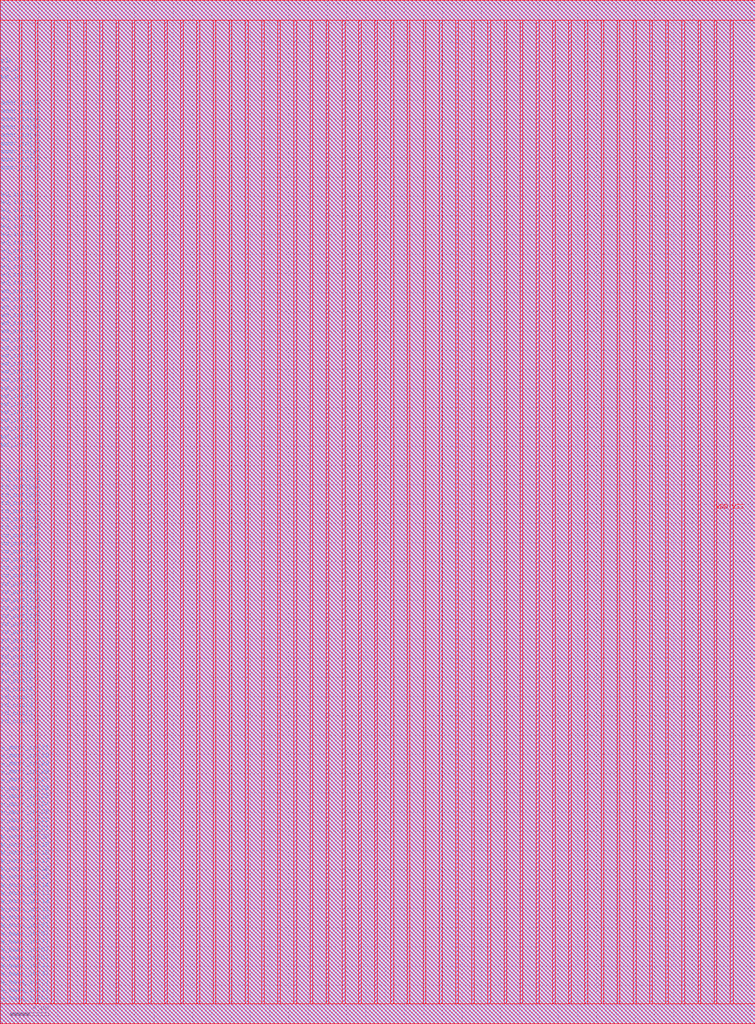
<source format=lef>
VERSION 5.7 ;
BUSBITCHARS "[]" ;
MACRO fakeram45_512x32
  FOREIGN fakeram45_512x32 0 0 ;
  SYMMETRY X Y R90 ;
  SIZE 78.470 BY 106.400 ;
  CLASS BLOCK ;
  PIN w_mask_in[0]
    DIRECTION INPUT ;
    USE SIGNAL ;
    SHAPE ABUTMENT ;
    PORT
      LAYER metal3 ;
      RECT 0.000 2.100 0.070 2.170 ;
    END
  END w_mask_in[0]
  PIN w_mask_in[1]
    DIRECTION INPUT ;
    USE SIGNAL ;
    SHAPE ABUTMENT ;
    PORT
      LAYER metal3 ;
      RECT 0.000 2.940 0.070 3.010 ;
    END
  END w_mask_in[1]
  PIN w_mask_in[2]
    DIRECTION INPUT ;
    USE SIGNAL ;
    SHAPE ABUTMENT ;
    PORT
      LAYER metal3 ;
      RECT 0.000 3.780 0.070 3.850 ;
    END
  END w_mask_in[2]
  PIN w_mask_in[3]
    DIRECTION INPUT ;
    USE SIGNAL ;
    SHAPE ABUTMENT ;
    PORT
      LAYER metal3 ;
      RECT 0.000 4.620 0.070 4.690 ;
    END
  END w_mask_in[3]
  PIN w_mask_in[4]
    DIRECTION INPUT ;
    USE SIGNAL ;
    SHAPE ABUTMENT ;
    PORT
      LAYER metal3 ;
      RECT 0.000 5.460 0.070 5.530 ;
    END
  END w_mask_in[4]
  PIN w_mask_in[5]
    DIRECTION INPUT ;
    USE SIGNAL ;
    SHAPE ABUTMENT ;
    PORT
      LAYER metal3 ;
      RECT 0.000 6.300 0.070 6.370 ;
    END
  END w_mask_in[5]
  PIN w_mask_in[6]
    DIRECTION INPUT ;
    USE SIGNAL ;
    SHAPE ABUTMENT ;
    PORT
      LAYER metal3 ;
      RECT 0.000 7.140 0.070 7.210 ;
    END
  END w_mask_in[6]
  PIN w_mask_in[7]
    DIRECTION INPUT ;
    USE SIGNAL ;
    SHAPE ABUTMENT ;
    PORT
      LAYER metal3 ;
      RECT 0.000 7.980 0.070 8.050 ;
    END
  END w_mask_in[7]
  PIN w_mask_in[8]
    DIRECTION INPUT ;
    USE SIGNAL ;
    SHAPE ABUTMENT ;
    PORT
      LAYER metal3 ;
      RECT 0.000 8.820 0.070 8.890 ;
    END
  END w_mask_in[8]
  PIN w_mask_in[9]
    DIRECTION INPUT ;
    USE SIGNAL ;
    SHAPE ABUTMENT ;
    PORT
      LAYER metal3 ;
      RECT 0.000 9.660 0.070 9.730 ;
    END
  END w_mask_in[9]
  PIN w_mask_in[10]
    DIRECTION INPUT ;
    USE SIGNAL ;
    SHAPE ABUTMENT ;
    PORT
      LAYER metal3 ;
      RECT 0.000 10.500 0.070 10.570 ;
    END
  END w_mask_in[10]
  PIN w_mask_in[11]
    DIRECTION INPUT ;
    USE SIGNAL ;
    SHAPE ABUTMENT ;
    PORT
      LAYER metal3 ;
      RECT 0.000 11.340 0.070 11.410 ;
    END
  END w_mask_in[11]
  PIN w_mask_in[12]
    DIRECTION INPUT ;
    USE SIGNAL ;
    SHAPE ABUTMENT ;
    PORT
      LAYER metal3 ;
      RECT 0.000 12.180 0.070 12.250 ;
    END
  END w_mask_in[12]
  PIN w_mask_in[13]
    DIRECTION INPUT ;
    USE SIGNAL ;
    SHAPE ABUTMENT ;
    PORT
      LAYER metal3 ;
      RECT 0.000 13.020 0.070 13.090 ;
    END
  END w_mask_in[13]
  PIN w_mask_in[14]
    DIRECTION INPUT ;
    USE SIGNAL ;
    SHAPE ABUTMENT ;
    PORT
      LAYER metal3 ;
      RECT 0.000 13.860 0.070 13.930 ;
    END
  END w_mask_in[14]
  PIN w_mask_in[15]
    DIRECTION INPUT ;
    USE SIGNAL ;
    SHAPE ABUTMENT ;
    PORT
      LAYER metal3 ;
      RECT 0.000 14.700 0.070 14.770 ;
    END
  END w_mask_in[15]
  PIN w_mask_in[16]
    DIRECTION INPUT ;
    USE SIGNAL ;
    SHAPE ABUTMENT ;
    PORT
      LAYER metal3 ;
      RECT 0.000 15.540 0.070 15.610 ;
    END
  END w_mask_in[16]
  PIN w_mask_in[17]
    DIRECTION INPUT ;
    USE SIGNAL ;
    SHAPE ABUTMENT ;
    PORT
      LAYER metal3 ;
      RECT 0.000 16.380 0.070 16.450 ;
    END
  END w_mask_in[17]
  PIN w_mask_in[18]
    DIRECTION INPUT ;
    USE SIGNAL ;
    SHAPE ABUTMENT ;
    PORT
      LAYER metal3 ;
      RECT 0.000 17.220 0.070 17.290 ;
    END
  END w_mask_in[18]
  PIN w_mask_in[19]
    DIRECTION INPUT ;
    USE SIGNAL ;
    SHAPE ABUTMENT ;
    PORT
      LAYER metal3 ;
      RECT 0.000 18.060 0.070 18.130 ;
    END
  END w_mask_in[19]
  PIN w_mask_in[20]
    DIRECTION INPUT ;
    USE SIGNAL ;
    SHAPE ABUTMENT ;
    PORT
      LAYER metal3 ;
      RECT 0.000 18.900 0.070 18.970 ;
    END
  END w_mask_in[20]
  PIN w_mask_in[21]
    DIRECTION INPUT ;
    USE SIGNAL ;
    SHAPE ABUTMENT ;
    PORT
      LAYER metal3 ;
      RECT 0.000 19.740 0.070 19.810 ;
    END
  END w_mask_in[21]
  PIN w_mask_in[22]
    DIRECTION INPUT ;
    USE SIGNAL ;
    SHAPE ABUTMENT ;
    PORT
      LAYER metal3 ;
      RECT 0.000 20.580 0.070 20.650 ;
    END
  END w_mask_in[22]
  PIN w_mask_in[23]
    DIRECTION INPUT ;
    USE SIGNAL ;
    SHAPE ABUTMENT ;
    PORT
      LAYER metal3 ;
      RECT 0.000 21.420 0.070 21.490 ;
    END
  END w_mask_in[23]
  PIN w_mask_in[24]
    DIRECTION INPUT ;
    USE SIGNAL ;
    SHAPE ABUTMENT ;
    PORT
      LAYER metal3 ;
      RECT 0.000 22.260 0.070 22.330 ;
    END
  END w_mask_in[24]
  PIN w_mask_in[25]
    DIRECTION INPUT ;
    USE SIGNAL ;
    SHAPE ABUTMENT ;
    PORT
      LAYER metal3 ;
      RECT 0.000 23.100 0.070 23.170 ;
    END
  END w_mask_in[25]
  PIN w_mask_in[26]
    DIRECTION INPUT ;
    USE SIGNAL ;
    SHAPE ABUTMENT ;
    PORT
      LAYER metal3 ;
      RECT 0.000 23.940 0.070 24.010 ;
    END
  END w_mask_in[26]
  PIN w_mask_in[27]
    DIRECTION INPUT ;
    USE SIGNAL ;
    SHAPE ABUTMENT ;
    PORT
      LAYER metal3 ;
      RECT 0.000 24.780 0.070 24.850 ;
    END
  END w_mask_in[27]
  PIN w_mask_in[28]
    DIRECTION INPUT ;
    USE SIGNAL ;
    SHAPE ABUTMENT ;
    PORT
      LAYER metal3 ;
      RECT 0.000 25.620 0.070 25.690 ;
    END
  END w_mask_in[28]
  PIN w_mask_in[29]
    DIRECTION INPUT ;
    USE SIGNAL ;
    SHAPE ABUTMENT ;
    PORT
      LAYER metal3 ;
      RECT 0.000 26.460 0.070 26.530 ;
    END
  END w_mask_in[29]
  PIN w_mask_in[30]
    DIRECTION INPUT ;
    USE SIGNAL ;
    SHAPE ABUTMENT ;
    PORT
      LAYER metal3 ;
      RECT 0.000 27.300 0.070 27.370 ;
    END
  END w_mask_in[30]
  PIN w_mask_in[31]
    DIRECTION INPUT ;
    USE SIGNAL ;
    SHAPE ABUTMENT ;
    PORT
      LAYER metal3 ;
      RECT 0.000 28.140 0.070 28.210 ;
    END
  END w_mask_in[31]
  PIN rd_out[0]
    DIRECTION OUTPUT ;
    USE SIGNAL ;
    SHAPE ABUTMENT ;
    PORT
      LAYER metal3 ;
      RECT 0.000 30.870 0.070 30.940 ;
    END
  END rd_out[0]
  PIN rd_out[1]
    DIRECTION OUTPUT ;
    USE SIGNAL ;
    SHAPE ABUTMENT ;
    PORT
      LAYER metal3 ;
      RECT 0.000 31.710 0.070 31.780 ;
    END
  END rd_out[1]
  PIN rd_out[2]
    DIRECTION OUTPUT ;
    USE SIGNAL ;
    SHAPE ABUTMENT ;
    PORT
      LAYER metal3 ;
      RECT 0.000 32.550 0.070 32.620 ;
    END
  END rd_out[2]
  PIN rd_out[3]
    DIRECTION OUTPUT ;
    USE SIGNAL ;
    SHAPE ABUTMENT ;
    PORT
      LAYER metal3 ;
      RECT 0.000 33.390 0.070 33.460 ;
    END
  END rd_out[3]
  PIN rd_out[4]
    DIRECTION OUTPUT ;
    USE SIGNAL ;
    SHAPE ABUTMENT ;
    PORT
      LAYER metal3 ;
      RECT 0.000 34.230 0.070 34.300 ;
    END
  END rd_out[4]
  PIN rd_out[5]
    DIRECTION OUTPUT ;
    USE SIGNAL ;
    SHAPE ABUTMENT ;
    PORT
      LAYER metal3 ;
      RECT 0.000 35.070 0.070 35.140 ;
    END
  END rd_out[5]
  PIN rd_out[6]
    DIRECTION OUTPUT ;
    USE SIGNAL ;
    SHAPE ABUTMENT ;
    PORT
      LAYER metal3 ;
      RECT 0.000 35.910 0.070 35.980 ;
    END
  END rd_out[6]
  PIN rd_out[7]
    DIRECTION OUTPUT ;
    USE SIGNAL ;
    SHAPE ABUTMENT ;
    PORT
      LAYER metal3 ;
      RECT 0.000 36.750 0.070 36.820 ;
    END
  END rd_out[7]
  PIN rd_out[8]
    DIRECTION OUTPUT ;
    USE SIGNAL ;
    SHAPE ABUTMENT ;
    PORT
      LAYER metal3 ;
      RECT 0.000 37.590 0.070 37.660 ;
    END
  END rd_out[8]
  PIN rd_out[9]
    DIRECTION OUTPUT ;
    USE SIGNAL ;
    SHAPE ABUTMENT ;
    PORT
      LAYER metal3 ;
      RECT 0.000 38.430 0.070 38.500 ;
    END
  END rd_out[9]
  PIN rd_out[10]
    DIRECTION OUTPUT ;
    USE SIGNAL ;
    SHAPE ABUTMENT ;
    PORT
      LAYER metal3 ;
      RECT 0.000 39.270 0.070 39.340 ;
    END
  END rd_out[10]
  PIN rd_out[11]
    DIRECTION OUTPUT ;
    USE SIGNAL ;
    SHAPE ABUTMENT ;
    PORT
      LAYER metal3 ;
      RECT 0.000 40.110 0.070 40.180 ;
    END
  END rd_out[11]
  PIN rd_out[12]
    DIRECTION OUTPUT ;
    USE SIGNAL ;
    SHAPE ABUTMENT ;
    PORT
      LAYER metal3 ;
      RECT 0.000 40.950 0.070 41.020 ;
    END
  END rd_out[12]
  PIN rd_out[13]
    DIRECTION OUTPUT ;
    USE SIGNAL ;
    SHAPE ABUTMENT ;
    PORT
      LAYER metal3 ;
      RECT 0.000 41.790 0.070 41.860 ;
    END
  END rd_out[13]
  PIN rd_out[14]
    DIRECTION OUTPUT ;
    USE SIGNAL ;
    SHAPE ABUTMENT ;
    PORT
      LAYER metal3 ;
      RECT 0.000 42.630 0.070 42.700 ;
    END
  END rd_out[14]
  PIN rd_out[15]
    DIRECTION OUTPUT ;
    USE SIGNAL ;
    SHAPE ABUTMENT ;
    PORT
      LAYER metal3 ;
      RECT 0.000 43.470 0.070 43.540 ;
    END
  END rd_out[15]
  PIN rd_out[16]
    DIRECTION OUTPUT ;
    USE SIGNAL ;
    SHAPE ABUTMENT ;
    PORT
      LAYER metal3 ;
      RECT 0.000 44.310 0.070 44.380 ;
    END
  END rd_out[16]
  PIN rd_out[17]
    DIRECTION OUTPUT ;
    USE SIGNAL ;
    SHAPE ABUTMENT ;
    PORT
      LAYER metal3 ;
      RECT 0.000 45.150 0.070 45.220 ;
    END
  END rd_out[17]
  PIN rd_out[18]
    DIRECTION OUTPUT ;
    USE SIGNAL ;
    SHAPE ABUTMENT ;
    PORT
      LAYER metal3 ;
      RECT 0.000 45.990 0.070 46.060 ;
    END
  END rd_out[18]
  PIN rd_out[19]
    DIRECTION OUTPUT ;
    USE SIGNAL ;
    SHAPE ABUTMENT ;
    PORT
      LAYER metal3 ;
      RECT 0.000 46.830 0.070 46.900 ;
    END
  END rd_out[19]
  PIN rd_out[20]
    DIRECTION OUTPUT ;
    USE SIGNAL ;
    SHAPE ABUTMENT ;
    PORT
      LAYER metal3 ;
      RECT 0.000 47.670 0.070 47.740 ;
    END
  END rd_out[20]
  PIN rd_out[21]
    DIRECTION OUTPUT ;
    USE SIGNAL ;
    SHAPE ABUTMENT ;
    PORT
      LAYER metal3 ;
      RECT 0.000 48.510 0.070 48.580 ;
    END
  END rd_out[21]
  PIN rd_out[22]
    DIRECTION OUTPUT ;
    USE SIGNAL ;
    SHAPE ABUTMENT ;
    PORT
      LAYER metal3 ;
      RECT 0.000 49.350 0.070 49.420 ;
    END
  END rd_out[22]
  PIN rd_out[23]
    DIRECTION OUTPUT ;
    USE SIGNAL ;
    SHAPE ABUTMENT ;
    PORT
      LAYER metal3 ;
      RECT 0.000 50.190 0.070 50.260 ;
    END
  END rd_out[23]
  PIN rd_out[24]
    DIRECTION OUTPUT ;
    USE SIGNAL ;
    SHAPE ABUTMENT ;
    PORT
      LAYER metal3 ;
      RECT 0.000 51.030 0.070 51.100 ;
    END
  END rd_out[24]
  PIN rd_out[25]
    DIRECTION OUTPUT ;
    USE SIGNAL ;
    SHAPE ABUTMENT ;
    PORT
      LAYER metal3 ;
      RECT 0.000 51.870 0.070 51.940 ;
    END
  END rd_out[25]
  PIN rd_out[26]
    DIRECTION OUTPUT ;
    USE SIGNAL ;
    SHAPE ABUTMENT ;
    PORT
      LAYER metal3 ;
      RECT 0.000 52.710 0.070 52.780 ;
    END
  END rd_out[26]
  PIN rd_out[27]
    DIRECTION OUTPUT ;
    USE SIGNAL ;
    SHAPE ABUTMENT ;
    PORT
      LAYER metal3 ;
      RECT 0.000 53.550 0.070 53.620 ;
    END
  END rd_out[27]
  PIN rd_out[28]
    DIRECTION OUTPUT ;
    USE SIGNAL ;
    SHAPE ABUTMENT ;
    PORT
      LAYER metal3 ;
      RECT 0.000 54.390 0.070 54.460 ;
    END
  END rd_out[28]
  PIN rd_out[29]
    DIRECTION OUTPUT ;
    USE SIGNAL ;
    SHAPE ABUTMENT ;
    PORT
      LAYER metal3 ;
      RECT 0.000 55.230 0.070 55.300 ;
    END
  END rd_out[29]
  PIN rd_out[30]
    DIRECTION OUTPUT ;
    USE SIGNAL ;
    SHAPE ABUTMENT ;
    PORT
      LAYER metal3 ;
      RECT 0.000 56.070 0.070 56.140 ;
    END
  END rd_out[30]
  PIN rd_out[31]
    DIRECTION OUTPUT ;
    USE SIGNAL ;
    SHAPE ABUTMENT ;
    PORT
      LAYER metal3 ;
      RECT 0.000 56.910 0.070 56.980 ;
    END
  END rd_out[31]
  PIN wd_in[0]
    DIRECTION INPUT ;
    USE SIGNAL ;
    SHAPE ABUTMENT ;
    PORT
      LAYER metal3 ;
      RECT 0.000 59.640 0.070 59.710 ;
    END
  END wd_in[0]
  PIN wd_in[1]
    DIRECTION INPUT ;
    USE SIGNAL ;
    SHAPE ABUTMENT ;
    PORT
      LAYER metal3 ;
      RECT 0.000 60.480 0.070 60.550 ;
    END
  END wd_in[1]
  PIN wd_in[2]
    DIRECTION INPUT ;
    USE SIGNAL ;
    SHAPE ABUTMENT ;
    PORT
      LAYER metal3 ;
      RECT 0.000 61.320 0.070 61.390 ;
    END
  END wd_in[2]
  PIN wd_in[3]
    DIRECTION INPUT ;
    USE SIGNAL ;
    SHAPE ABUTMENT ;
    PORT
      LAYER metal3 ;
      RECT 0.000 62.160 0.070 62.230 ;
    END
  END wd_in[3]
  PIN wd_in[4]
    DIRECTION INPUT ;
    USE SIGNAL ;
    SHAPE ABUTMENT ;
    PORT
      LAYER metal3 ;
      RECT 0.000 63.000 0.070 63.070 ;
    END
  END wd_in[4]
  PIN wd_in[5]
    DIRECTION INPUT ;
    USE SIGNAL ;
    SHAPE ABUTMENT ;
    PORT
      LAYER metal3 ;
      RECT 0.000 63.840 0.070 63.910 ;
    END
  END wd_in[5]
  PIN wd_in[6]
    DIRECTION INPUT ;
    USE SIGNAL ;
    SHAPE ABUTMENT ;
    PORT
      LAYER metal3 ;
      RECT 0.000 64.680 0.070 64.750 ;
    END
  END wd_in[6]
  PIN wd_in[7]
    DIRECTION INPUT ;
    USE SIGNAL ;
    SHAPE ABUTMENT ;
    PORT
      LAYER metal3 ;
      RECT 0.000 65.520 0.070 65.590 ;
    END
  END wd_in[7]
  PIN wd_in[8]
    DIRECTION INPUT ;
    USE SIGNAL ;
    SHAPE ABUTMENT ;
    PORT
      LAYER metal3 ;
      RECT 0.000 66.360 0.070 66.430 ;
    END
  END wd_in[8]
  PIN wd_in[9]
    DIRECTION INPUT ;
    USE SIGNAL ;
    SHAPE ABUTMENT ;
    PORT
      LAYER metal3 ;
      RECT 0.000 67.200 0.070 67.270 ;
    END
  END wd_in[9]
  PIN wd_in[10]
    DIRECTION INPUT ;
    USE SIGNAL ;
    SHAPE ABUTMENT ;
    PORT
      LAYER metal3 ;
      RECT 0.000 68.040 0.070 68.110 ;
    END
  END wd_in[10]
  PIN wd_in[11]
    DIRECTION INPUT ;
    USE SIGNAL ;
    SHAPE ABUTMENT ;
    PORT
      LAYER metal3 ;
      RECT 0.000 68.880 0.070 68.950 ;
    END
  END wd_in[11]
  PIN wd_in[12]
    DIRECTION INPUT ;
    USE SIGNAL ;
    SHAPE ABUTMENT ;
    PORT
      LAYER metal3 ;
      RECT 0.000 69.720 0.070 69.790 ;
    END
  END wd_in[12]
  PIN wd_in[13]
    DIRECTION INPUT ;
    USE SIGNAL ;
    SHAPE ABUTMENT ;
    PORT
      LAYER metal3 ;
      RECT 0.000 70.560 0.070 70.630 ;
    END
  END wd_in[13]
  PIN wd_in[14]
    DIRECTION INPUT ;
    USE SIGNAL ;
    SHAPE ABUTMENT ;
    PORT
      LAYER metal3 ;
      RECT 0.000 71.400 0.070 71.470 ;
    END
  END wd_in[14]
  PIN wd_in[15]
    DIRECTION INPUT ;
    USE SIGNAL ;
    SHAPE ABUTMENT ;
    PORT
      LAYER metal3 ;
      RECT 0.000 72.240 0.070 72.310 ;
    END
  END wd_in[15]
  PIN wd_in[16]
    DIRECTION INPUT ;
    USE SIGNAL ;
    SHAPE ABUTMENT ;
    PORT
      LAYER metal3 ;
      RECT 0.000 73.080 0.070 73.150 ;
    END
  END wd_in[16]
  PIN wd_in[17]
    DIRECTION INPUT ;
    USE SIGNAL ;
    SHAPE ABUTMENT ;
    PORT
      LAYER metal3 ;
      RECT 0.000 73.920 0.070 73.990 ;
    END
  END wd_in[17]
  PIN wd_in[18]
    DIRECTION INPUT ;
    USE SIGNAL ;
    SHAPE ABUTMENT ;
    PORT
      LAYER metal3 ;
      RECT 0.000 74.760 0.070 74.830 ;
    END
  END wd_in[18]
  PIN wd_in[19]
    DIRECTION INPUT ;
    USE SIGNAL ;
    SHAPE ABUTMENT ;
    PORT
      LAYER metal3 ;
      RECT 0.000 75.600 0.070 75.670 ;
    END
  END wd_in[19]
  PIN wd_in[20]
    DIRECTION INPUT ;
    USE SIGNAL ;
    SHAPE ABUTMENT ;
    PORT
      LAYER metal3 ;
      RECT 0.000 76.440 0.070 76.510 ;
    END
  END wd_in[20]
  PIN wd_in[21]
    DIRECTION INPUT ;
    USE SIGNAL ;
    SHAPE ABUTMENT ;
    PORT
      LAYER metal3 ;
      RECT 0.000 77.280 0.070 77.350 ;
    END
  END wd_in[21]
  PIN wd_in[22]
    DIRECTION INPUT ;
    USE SIGNAL ;
    SHAPE ABUTMENT ;
    PORT
      LAYER metal3 ;
      RECT 0.000 78.120 0.070 78.190 ;
    END
  END wd_in[22]
  PIN wd_in[23]
    DIRECTION INPUT ;
    USE SIGNAL ;
    SHAPE ABUTMENT ;
    PORT
      LAYER metal3 ;
      RECT 0.000 78.960 0.070 79.030 ;
    END
  END wd_in[23]
  PIN wd_in[24]
    DIRECTION INPUT ;
    USE SIGNAL ;
    SHAPE ABUTMENT ;
    PORT
      LAYER metal3 ;
      RECT 0.000 79.800 0.070 79.870 ;
    END
  END wd_in[24]
  PIN wd_in[25]
    DIRECTION INPUT ;
    USE SIGNAL ;
    SHAPE ABUTMENT ;
    PORT
      LAYER metal3 ;
      RECT 0.000 80.640 0.070 80.710 ;
    END
  END wd_in[25]
  PIN wd_in[26]
    DIRECTION INPUT ;
    USE SIGNAL ;
    SHAPE ABUTMENT ;
    PORT
      LAYER metal3 ;
      RECT 0.000 81.480 0.070 81.550 ;
    END
  END wd_in[26]
  PIN wd_in[27]
    DIRECTION INPUT ;
    USE SIGNAL ;
    SHAPE ABUTMENT ;
    PORT
      LAYER metal3 ;
      RECT 0.000 82.320 0.070 82.390 ;
    END
  END wd_in[27]
  PIN wd_in[28]
    DIRECTION INPUT ;
    USE SIGNAL ;
    SHAPE ABUTMENT ;
    PORT
      LAYER metal3 ;
      RECT 0.000 83.160 0.070 83.230 ;
    END
  END wd_in[28]
  PIN wd_in[29]
    DIRECTION INPUT ;
    USE SIGNAL ;
    SHAPE ABUTMENT ;
    PORT
      LAYER metal3 ;
      RECT 0.000 84.000 0.070 84.070 ;
    END
  END wd_in[29]
  PIN wd_in[30]
    DIRECTION INPUT ;
    USE SIGNAL ;
    SHAPE ABUTMENT ;
    PORT
      LAYER metal3 ;
      RECT 0.000 84.840 0.070 84.910 ;
    END
  END wd_in[30]
  PIN wd_in[31]
    DIRECTION INPUT ;
    USE SIGNAL ;
    SHAPE ABUTMENT ;
    PORT
      LAYER metal3 ;
      RECT 0.000 85.680 0.070 85.750 ;
    END
  END wd_in[31]
  PIN addr_in[0]
    DIRECTION INPUT ;
    USE SIGNAL ;
    SHAPE ABUTMENT ;
    PORT
      LAYER metal3 ;
      RECT 0.000 88.410 0.070 88.480 ;
    END
  END addr_in[0]
  PIN addr_in[1]
    DIRECTION INPUT ;
    USE SIGNAL ;
    SHAPE ABUTMENT ;
    PORT
      LAYER metal3 ;
      RECT 0.000 89.250 0.070 89.320 ;
    END
  END addr_in[1]
  PIN addr_in[2]
    DIRECTION INPUT ;
    USE SIGNAL ;
    SHAPE ABUTMENT ;
    PORT
      LAYER metal3 ;
      RECT 0.000 90.090 0.070 90.160 ;
    END
  END addr_in[2]
  PIN addr_in[3]
    DIRECTION INPUT ;
    USE SIGNAL ;
    SHAPE ABUTMENT ;
    PORT
      LAYER metal3 ;
      RECT 0.000 90.930 0.070 91.000 ;
    END
  END addr_in[3]
  PIN addr_in[4]
    DIRECTION INPUT ;
    USE SIGNAL ;
    SHAPE ABUTMENT ;
    PORT
      LAYER metal3 ;
      RECT 0.000 91.770 0.070 91.840 ;
    END
  END addr_in[4]
  PIN addr_in[5]
    DIRECTION INPUT ;
    USE SIGNAL ;
    SHAPE ABUTMENT ;
    PORT
      LAYER metal3 ;
      RECT 0.000 92.610 0.070 92.680 ;
    END
  END addr_in[5]
  PIN addr_in[6]
    DIRECTION INPUT ;
    USE SIGNAL ;
    SHAPE ABUTMENT ;
    PORT
      LAYER metal3 ;
      RECT 0.000 93.450 0.070 93.520 ;
    END
  END addr_in[6]
  PIN addr_in[7]
    DIRECTION INPUT ;
    USE SIGNAL ;
    SHAPE ABUTMENT ;
    PORT
      LAYER metal3 ;
      RECT 0.000 94.290 0.070 94.360 ;
    END
  END addr_in[7]
  PIN addr_in[8]
    DIRECTION INPUT ;
    USE SIGNAL ;
    SHAPE ABUTMENT ;
    PORT
      LAYER metal3 ;
      RECT 0.000 95.130 0.070 95.200 ;
    END
  END addr_in[8]
  PIN we_in
    DIRECTION INPUT ;
    USE SIGNAL ;
    SHAPE ABUTMENT ;
    PORT
      LAYER metal3 ;
      RECT 0.000 97.860 0.070 97.930 ;
    END
  END we_in
  PIN ce_in
    DIRECTION INPUT ;
    USE SIGNAL ;
    SHAPE ABUTMENT ;
    PORT
      LAYER metal3 ;
      RECT 0.000 98.700 0.070 98.770 ;
    END
  END ce_in
  PIN clk
    DIRECTION INPUT ;
    USE SIGNAL ;
    SHAPE ABUTMENT ;
    PORT
      LAYER metal3 ;
      RECT 0.000 99.540 0.070 99.610 ;
    END
  END clk
  PIN VSS
    DIRECTION INOUT ;
    USE GROUND ;
    PORT
      LAYER metal4 ;
      RECT 1.960 2.100 2.240 104.300 ;
      RECT 5.320 2.100 5.600 104.300 ;
      RECT 8.680 2.100 8.960 104.300 ;
      RECT 12.040 2.100 12.320 104.300 ;
      RECT 15.400 2.100 15.680 104.300 ;
      RECT 18.760 2.100 19.040 104.300 ;
      RECT 22.120 2.100 22.400 104.300 ;
      RECT 25.480 2.100 25.760 104.300 ;
      RECT 28.840 2.100 29.120 104.300 ;
      RECT 32.200 2.100 32.480 104.300 ;
      RECT 35.560 2.100 35.840 104.300 ;
      RECT 38.920 2.100 39.200 104.300 ;
      RECT 42.280 2.100 42.560 104.300 ;
      RECT 45.640 2.100 45.920 104.300 ;
      RECT 49.000 2.100 49.280 104.300 ;
      RECT 52.360 2.100 52.640 104.300 ;
      RECT 55.720 2.100 56.000 104.300 ;
      RECT 59.080 2.100 59.360 104.300 ;
      RECT 62.440 2.100 62.720 104.300 ;
      RECT 65.800 2.100 66.080 104.300 ;
      RECT 69.160 2.100 69.440 104.300 ;
      RECT 72.520 2.100 72.800 104.300 ;
      RECT 75.880 2.100 76.160 104.300 ;
    END
  END VSS
  PIN VDD
    DIRECTION INOUT ;
    USE POWER ;
    PORT
      LAYER metal4 ;
      RECT 3.640 2.100 3.920 104.300 ;
      RECT 7.000 2.100 7.280 104.300 ;
      RECT 10.360 2.100 10.640 104.300 ;
      RECT 13.720 2.100 14.000 104.300 ;
      RECT 17.080 2.100 17.360 104.300 ;
      RECT 20.440 2.100 20.720 104.300 ;
      RECT 23.800 2.100 24.080 104.300 ;
      RECT 27.160 2.100 27.440 104.300 ;
      RECT 30.520 2.100 30.800 104.300 ;
      RECT 33.880 2.100 34.160 104.300 ;
      RECT 37.240 2.100 37.520 104.300 ;
      RECT 40.600 2.100 40.880 104.300 ;
      RECT 43.960 2.100 44.240 104.300 ;
      RECT 47.320 2.100 47.600 104.300 ;
      RECT 50.680 2.100 50.960 104.300 ;
      RECT 54.040 2.100 54.320 104.300 ;
      RECT 57.400 2.100 57.680 104.300 ;
      RECT 60.760 2.100 61.040 104.300 ;
      RECT 64.120 2.100 64.400 104.300 ;
      RECT 67.480 2.100 67.760 104.300 ;
      RECT 70.840 2.100 71.120 104.300 ;
      RECT 74.200 2.100 74.480 104.300 ;
    END
  END VDD
  OBS
    LAYER metal1 ;
    RECT 0 0 78.470 106.400 ;
    LAYER metal2 ;
    RECT 0 0 78.470 106.400 ;
    LAYER metal3 ;
    RECT 0.070 0 78.470 106.400 ;
    RECT 0 0.000 0.070 2.100 ;
    RECT 0 2.170 0.070 2.940 ;
    RECT 0 3.010 0.070 3.780 ;
    RECT 0 3.850 0.070 4.620 ;
    RECT 0 4.690 0.070 5.460 ;
    RECT 0 5.530 0.070 6.300 ;
    RECT 0 6.370 0.070 7.140 ;
    RECT 0 7.210 0.070 7.980 ;
    RECT 0 8.050 0.070 8.820 ;
    RECT 0 8.890 0.070 9.660 ;
    RECT 0 9.730 0.070 10.500 ;
    RECT 0 10.570 0.070 11.340 ;
    RECT 0 11.410 0.070 12.180 ;
    RECT 0 12.250 0.070 13.020 ;
    RECT 0 13.090 0.070 13.860 ;
    RECT 0 13.930 0.070 14.700 ;
    RECT 0 14.770 0.070 15.540 ;
    RECT 0 15.610 0.070 16.380 ;
    RECT 0 16.450 0.070 17.220 ;
    RECT 0 17.290 0.070 18.060 ;
    RECT 0 18.130 0.070 18.900 ;
    RECT 0 18.970 0.070 19.740 ;
    RECT 0 19.810 0.070 20.580 ;
    RECT 0 20.650 0.070 21.420 ;
    RECT 0 21.490 0.070 22.260 ;
    RECT 0 22.330 0.070 23.100 ;
    RECT 0 23.170 0.070 23.940 ;
    RECT 0 24.010 0.070 24.780 ;
    RECT 0 24.850 0.070 25.620 ;
    RECT 0 25.690 0.070 26.460 ;
    RECT 0 26.530 0.070 27.300 ;
    RECT 0 27.370 0.070 28.140 ;
    RECT 0 28.210 0.070 30.870 ;
    RECT 0 30.940 0.070 31.710 ;
    RECT 0 31.780 0.070 32.550 ;
    RECT 0 32.620 0.070 33.390 ;
    RECT 0 33.460 0.070 34.230 ;
    RECT 0 34.300 0.070 35.070 ;
    RECT 0 35.140 0.070 35.910 ;
    RECT 0 35.980 0.070 36.750 ;
    RECT 0 36.820 0.070 37.590 ;
    RECT 0 37.660 0.070 38.430 ;
    RECT 0 38.500 0.070 39.270 ;
    RECT 0 39.340 0.070 40.110 ;
    RECT 0 40.180 0.070 40.950 ;
    RECT 0 41.020 0.070 41.790 ;
    RECT 0 41.860 0.070 42.630 ;
    RECT 0 42.700 0.070 43.470 ;
    RECT 0 43.540 0.070 44.310 ;
    RECT 0 44.380 0.070 45.150 ;
    RECT 0 45.220 0.070 45.990 ;
    RECT 0 46.060 0.070 46.830 ;
    RECT 0 46.900 0.070 47.670 ;
    RECT 0 47.740 0.070 48.510 ;
    RECT 0 48.580 0.070 49.350 ;
    RECT 0 49.420 0.070 50.190 ;
    RECT 0 50.260 0.070 51.030 ;
    RECT 0 51.100 0.070 51.870 ;
    RECT 0 51.940 0.070 52.710 ;
    RECT 0 52.780 0.070 53.550 ;
    RECT 0 53.620 0.070 54.390 ;
    RECT 0 54.460 0.070 55.230 ;
    RECT 0 55.300 0.070 56.070 ;
    RECT 0 56.140 0.070 56.910 ;
    RECT 0 56.980 0.070 59.640 ;
    RECT 0 59.710 0.070 60.480 ;
    RECT 0 60.550 0.070 61.320 ;
    RECT 0 61.390 0.070 62.160 ;
    RECT 0 62.230 0.070 63.000 ;
    RECT 0 63.070 0.070 63.840 ;
    RECT 0 63.910 0.070 64.680 ;
    RECT 0 64.750 0.070 65.520 ;
    RECT 0 65.590 0.070 66.360 ;
    RECT 0 66.430 0.070 67.200 ;
    RECT 0 67.270 0.070 68.040 ;
    RECT 0 68.110 0.070 68.880 ;
    RECT 0 68.950 0.070 69.720 ;
    RECT 0 69.790 0.070 70.560 ;
    RECT 0 70.630 0.070 71.400 ;
    RECT 0 71.470 0.070 72.240 ;
    RECT 0 72.310 0.070 73.080 ;
    RECT 0 73.150 0.070 73.920 ;
    RECT 0 73.990 0.070 74.760 ;
    RECT 0 74.830 0.070 75.600 ;
    RECT 0 75.670 0.070 76.440 ;
    RECT 0 76.510 0.070 77.280 ;
    RECT 0 77.350 0.070 78.120 ;
    RECT 0 78.190 0.070 78.960 ;
    RECT 0 79.030 0.070 79.800 ;
    RECT 0 79.870 0.070 80.640 ;
    RECT 0 80.710 0.070 81.480 ;
    RECT 0 81.550 0.070 82.320 ;
    RECT 0 82.390 0.070 83.160 ;
    RECT 0 83.230 0.070 84.000 ;
    RECT 0 84.070 0.070 84.840 ;
    RECT 0 84.910 0.070 85.680 ;
    RECT 0 85.750 0.070 88.410 ;
    RECT 0 88.480 0.070 89.250 ;
    RECT 0 89.320 0.070 90.090 ;
    RECT 0 90.160 0.070 90.930 ;
    RECT 0 91.000 0.070 91.770 ;
    RECT 0 91.840 0.070 92.610 ;
    RECT 0 92.680 0.070 93.450 ;
    RECT 0 93.520 0.070 94.290 ;
    RECT 0 94.360 0.070 95.130 ;
    RECT 0 95.200 0.070 97.860 ;
    RECT 0 97.930 0.070 98.700 ;
    RECT 0 98.770 0.070 99.540 ;
    RECT 0 99.610 0.070 106.400 ;
    LAYER metal4 ;
    RECT 0 0 78.470 2.100 ;
    RECT 0 104.300 78.470 106.400 ;
    RECT 0.000 2.100 1.960 104.300 ;
    RECT 2.240 2.100 3.640 104.300 ;
    RECT 3.920 2.100 5.320 104.300 ;
    RECT 5.600 2.100 7.000 104.300 ;
    RECT 7.280 2.100 8.680 104.300 ;
    RECT 8.960 2.100 10.360 104.300 ;
    RECT 10.640 2.100 12.040 104.300 ;
    RECT 12.320 2.100 13.720 104.300 ;
    RECT 14.000 2.100 15.400 104.300 ;
    RECT 15.680 2.100 17.080 104.300 ;
    RECT 17.360 2.100 18.760 104.300 ;
    RECT 19.040 2.100 20.440 104.300 ;
    RECT 20.720 2.100 22.120 104.300 ;
    RECT 22.400 2.100 23.800 104.300 ;
    RECT 24.080 2.100 25.480 104.300 ;
    RECT 25.760 2.100 27.160 104.300 ;
    RECT 27.440 2.100 28.840 104.300 ;
    RECT 29.120 2.100 30.520 104.300 ;
    RECT 30.800 2.100 32.200 104.300 ;
    RECT 32.480 2.100 33.880 104.300 ;
    RECT 34.160 2.100 35.560 104.300 ;
    RECT 35.840 2.100 37.240 104.300 ;
    RECT 37.520 2.100 38.920 104.300 ;
    RECT 39.200 2.100 40.600 104.300 ;
    RECT 40.880 2.100 42.280 104.300 ;
    RECT 42.560 2.100 43.960 104.300 ;
    RECT 44.240 2.100 45.640 104.300 ;
    RECT 45.920 2.100 47.320 104.300 ;
    RECT 47.600 2.100 49.000 104.300 ;
    RECT 49.280 2.100 50.680 104.300 ;
    RECT 50.960 2.100 52.360 104.300 ;
    RECT 52.640 2.100 54.040 104.300 ;
    RECT 54.320 2.100 55.720 104.300 ;
    RECT 56.000 2.100 57.400 104.300 ;
    RECT 57.680 2.100 59.080 104.300 ;
    RECT 59.360 2.100 60.760 104.300 ;
    RECT 61.040 2.100 62.440 104.300 ;
    RECT 62.720 2.100 64.120 104.300 ;
    RECT 64.400 2.100 65.800 104.300 ;
    RECT 66.080 2.100 67.480 104.300 ;
    RECT 67.760 2.100 69.160 104.300 ;
    RECT 69.440 2.100 70.840 104.300 ;
    RECT 71.120 2.100 72.520 104.300 ;
    RECT 72.800 2.100 74.200 104.300 ;
    RECT 74.480 2.100 75.880 104.300 ;
    RECT 76.160 2.100 78.470 104.300 ;
    LAYER OVERLAP ;
    RECT 0 0 78.470 106.400 ;
  END
END fakeram45_512x32

END LIBRARY

</source>
